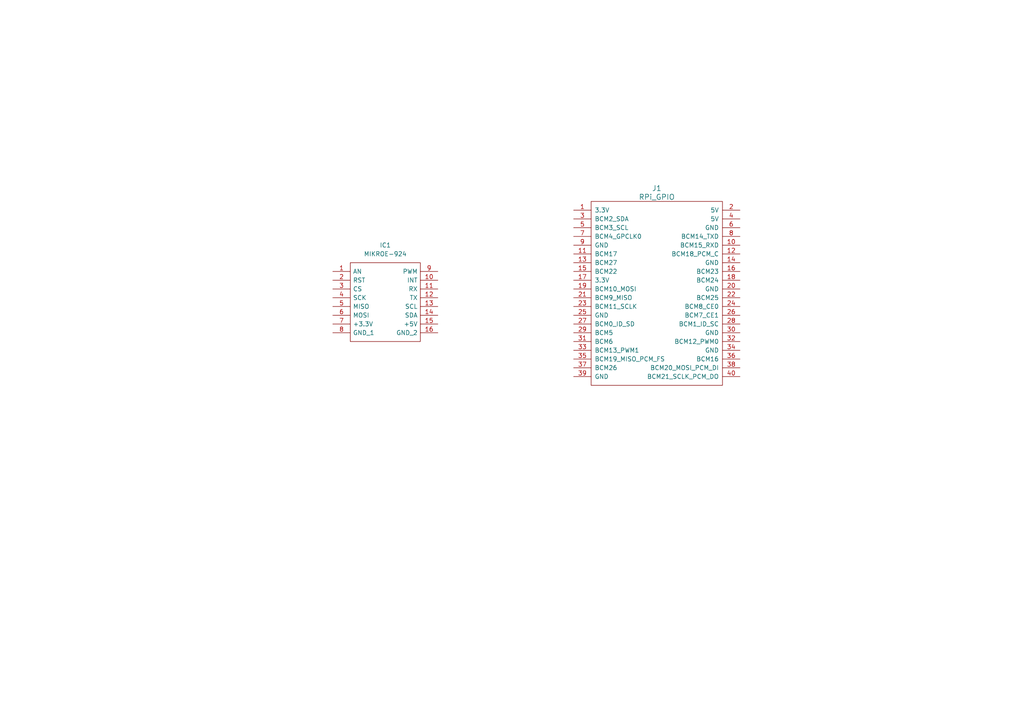
<source format=kicad_sch>
(kicad_sch (version 20231120) (generator "eeschema") (generator_version "8.0")
  (paper "A4")
  (lib_symbols
    (symbol "MIKROE-924:MIKROE-924" (pin_names (offset 0.762))
      (property "Reference" "IC1" (at 15.24 6.731 0))
      (property "Value" "MIKROE-924" (at 15.24 4.4196 0))
      (symbol "MIKROE-924_0_0"
        (pin input line (at 0 0 0) (length 5.08) (name "AN") (number "1"))
        (pin bidirectional line (at 30.48 -2.54 180) (length 5.08) (name "INT") (number "10"))
        (pin input line (at 30.48 -5.08 180) (length 5.08) (name "RX") (number "11"))
        (pin output line (at 30.48 -7.62 180) (length 5.08) (name "TX") (number "12"))
        (pin input line (at 30.48 -10.16 180) (length 5.08) (name "SCL") (number "13"))
        (pin bidirectional line (at 30.48 -12.7 180) (length 5.08) (name "SDA") (number "14"))
        (pin power_in line (at 30.48 -15.24 180) (length 5.08) (name "+5V") (number "15"))
        (pin power_in line (at 30.48 -17.78 180) (length 5.08) (name "GND_2") (number "16"))
        (pin input line (at 0 -2.54 0) (length 5.08) (name "RST") (number "2"))
        (pin input line (at 0 -5.08 0) (length 5.08) (name "CS") (number "3"))
        (pin bidirectional line (at 0 -7.62 0) (length 5.08) (name "SCK") (number "4"))
        (pin bidirectional line (at 0 -10.16 0) (length 5.08) (name "MISO") (number "5"))
        (pin bidirectional line (at 0 -12.7 0) (length 5.08) (name "MOSI") (number "6"))
        (pin power_in line (at 0 -15.24 0) (length 5.08) (name "+3.3V") (number "7"))
        (pin power_in line (at 0 -17.78 0) (length 5.08) (name "GND_1") (number "8"))
        (pin output line (at 30.48 0 180) (length 5.08) (name "PWM") (number "9"))
      )
      (symbol "MIKROE-924_0_1"
        (polyline (pts (xy 5.08 2.54) (xy 25.4 2.54) (xy 25.4 -20.32) (xy 5.08 -20.32) (xy 5.08 2.54)) (stroke (width 0.1524)))
      )
    )
    (symbol "RPi_Hat:RPi_GPIO" (pin_names (offset 1.016))
      (property "Reference" "J" (at 19.05 6.35 0))
      (property "Value" "RPi_GPIO" (at 19.05 3.81 0))
      (symbol "RPi_GPIO_0_1"
        (rectangle (start 0 2.54) (end 38.1 -50.8))
      )
      (symbol "RPi_GPIO_1_1"
        (pin power_in line (at -5.08 0 0) (length 5.08) (name "3.3V") (number "1"))
        (pin bidirectional line (at 43.18 -10.16 180) (length 5.08) (name "BCM15_RXD") (number "10"))
        (pin bidirectional line (at -5.08 -12.7 0) (length 5.08) (name "BCM17") (number "11"))
        (pin bidirectional line (at 43.18 -12.7 180) (length 5.08) (name "BCM18_PCM_C") (number "12"))
        (pin bidirectional line (at -5.08 -15.24 0) (length 5.08) (name "BCM27") (number "13"))
        (pin power_in line (at 43.18 -15.24 180) (length 5.08) (name "GND") (number "14"))
        (pin bidirectional line (at -5.08 -17.78 0) (length 5.08) (name "BCM22") (number "15"))
        (pin bidirectional line (at 43.18 -17.78 180) (length 5.08) (name "BCM23") (number "16"))
        (pin power_in line (at -5.08 -20.32 0) (length 5.08) (name "3.3V") (number "17"))
        (pin bidirectional line (at 43.18 -20.32 180) (length 5.08) (name "BCM24") (number "18"))
        (pin bidirectional line (at -5.08 -22.86 0) (length 5.08) (name "BCM10_MOSI") (number "19"))
        (pin power_in line (at 43.18 0 180) (length 5.08) (name "5V") (number "2"))
        (pin power_in line (at 43.18 -22.86 180) (length 5.08) (name "GND") (number "20"))
        (pin bidirectional line (at -5.08 -25.4 0) (length 5.08) (name "BCM9_MISO") (number "21"))
        (pin bidirectional line (at 43.18 -25.4 180) (length 5.08) (name "BCM25") (number "22"))
        (pin bidirectional line (at -5.08 -27.94 0) (length 5.08) (name "BCM11_SCLK") (number "23"))
        (pin bidirectional line (at 43.18 -27.94 180) (length 5.08) (name "BCM8_CE0") (number "24"))
        (pin power_in line (at -5.08 -30.48 0) (length 5.08) (name "GND") (number "25"))
        (pin bidirectional line (at 43.18 -30.48 180) (length 5.08) (name "BCM7_CE1") (number "26"))
        (pin bidirectional line (at -5.08 -33.02 0) (length 5.08) (name "BCM0_ID_SD") (number "27"))
        (pin bidirectional line (at 43.18 -33.02 180) (length 5.08) (name "BCM1_ID_SC") (number "28"))
        (pin bidirectional line (at -5.08 -35.56 0) (length 5.08) (name "BCM5") (number "29"))
        (pin bidirectional line (at -5.08 -2.54 0) (length 5.08) (name "BCM2_SDA") (number "3"))
        (pin power_in line (at 43.18 -35.56 180) (length 5.08) (name "GND") (number "30"))
        (pin bidirectional line (at -5.08 -38.1 0) (length 5.08) (name "BCM6") (number "31"))
        (pin bidirectional line (at 43.18 -38.1 180) (length 5.08) (name "BCM12_PWM0") (number "32"))
        (pin bidirectional line (at -5.08 -40.64 0) (length 5.08) (name "BCM13_PWM1") (number "33"))
        (pin power_in line (at 43.18 -40.64 180) (length 5.08) (name "GND") (number "34"))
        (pin bidirectional line (at -5.08 -43.18 0) (length 5.08) (name "BCM19_MISO_PCM_FS") (number "35"))
        (pin bidirectional line (at 43.18 -43.18 180) (length 5.08) (name "BCM16") (number "36"))
        (pin bidirectional line (at -5.08 -45.72 0) (length 5.08) (name "BCM26") (number "37"))
        (pin bidirectional line (at 43.18 -45.72 180) (length 5.08) (name "BCM20_MOSI_PCM_DI") (number "38"))
        (pin power_in line (at -5.08 -48.26 0) (length 5.08) (name "GND") (number "39"))
        (pin power_in line (at 43.18 -2.54 180) (length 5.08) (name "5V") (number "4"))
        (pin bidirectional line (at 43.18 -48.26 180) (length 5.08) (name "BCM21_SCLK_PCM_DO") (number "40"))
        (pin bidirectional line (at -5.08 -5.08 0) (length 5.08) (name "BCM3_SCL") (number "5"))
        (pin power_in line (at 43.18 -5.08 180) (length 5.08) (name "GND") (number "6"))
        (pin bidirectional line (at -5.08 -7.62 0) (length 5.08) (name "BCM4_GPCLK0") (number "7"))
        (pin bidirectional line (at 43.18 -7.62 180) (length 5.08) (name "BCM14_TXD") (number "8"))
        (pin power_in line (at -5.08 -10.16 0) (length 5.08) (name "GND") (number "9"))
      )
    )
  )
  (symbol (lib_id "MIKROE-924:MIKROE-924") (at 96.52 78.74 0) (unit 1)
    (property "Reference" "IC1" (at 111.76 71.12 0))
    (property "Value" "MIKROE-924" (at 111.76 73.66 0))
    (property "Footprint" "MIKROE924" (effects (hide yes)))
    (property "Datasheet" "https://www.mikroe.com/microsd-click" (effects (hide yes)))
    (property "Description" "microSD click mikroBUS" (effects (hide yes)))
    (property "Height" "5" (effects (hide yes)))
    (property "Manufacturer_Name" "MIKROELEKTRONIKA" (effects (hide yes)))
    (property "Manufacturer_Part_Number" "MIKROE-924" (effects (hide yes)))
    (property "Mouser Part Number" "932-MIKROE-924" (effects (hide yes)))
    (property "Mouser Price/Stock" "https://www.mouser.com/Search/Refine.aspx?Keyword=932-MIKROE-924" (effects (hide yes)))
    (property "Description_1" "microSD click mikroBUS" (effects (hide yes)))
  )
  (symbol (lib_id "RPi_Hat:RPi_GPIO") (at 171.45 60.96 0) (unit 1)
    (property "Reference" "J1" (at 190.5 54.61 0) (effects (font (size 1.524 1.524))))
    (property "Value" "RPi_GPIO" (at 190.5 57.15 0) (effects (font (size 1.524 1.524))))
    (property "Footprint" "RPi_Hat:Pin_Header_Straight_2x20" (effects (hide yes)))
  )
)
</source>
